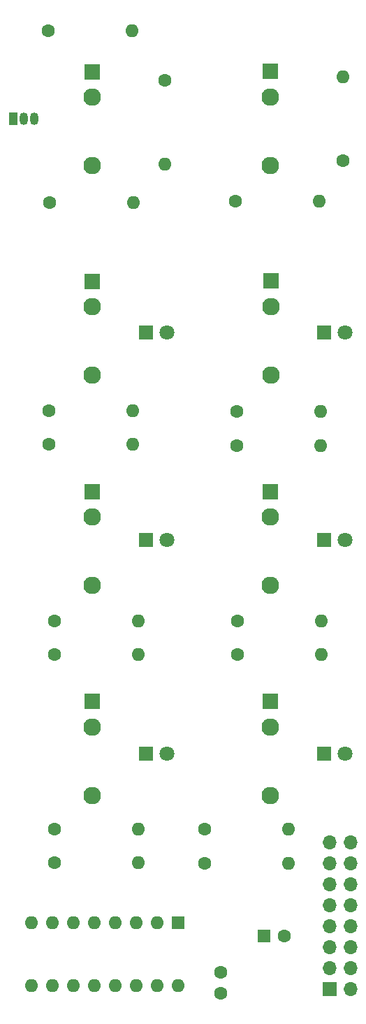
<source format=gbr>
%TF.GenerationSoftware,KiCad,Pcbnew,7.0.7*%
%TF.CreationDate,2025-01-17T09:26:31-05:00*%
%TF.ProjectId,ClockDiv_v2,436c6f63-6b44-4697-965f-76322e6b6963,rev?*%
%TF.SameCoordinates,Original*%
%TF.FileFunction,Soldermask,Top*%
%TF.FilePolarity,Negative*%
%FSLAX46Y46*%
G04 Gerber Fmt 4.6, Leading zero omitted, Abs format (unit mm)*
G04 Created by KiCad (PCBNEW 7.0.7) date 2025-01-17 09:26:31*
%MOMM*%
%LPD*%
G01*
G04 APERTURE LIST*
%ADD10R,1.800000X1.800000*%
%ADD11C,1.800000*%
%ADD12C,1.600000*%
%ADD13O,1.600000X1.600000*%
%ADD14R,1.930000X1.830000*%
%ADD15C,2.130000*%
%ADD16R,1.600000X1.600000*%
%ADD17R,1.050000X1.500000*%
%ADD18O,1.050000X1.500000*%
%ADD19R,1.700000X1.700000*%
%ADD20O,1.700000X1.700000*%
G04 APERTURE END LIST*
D10*
%TO.C,D3*%
X135835000Y-94825000D03*
D11*
X138375000Y-94825000D03*
%TD*%
D10*
%TO.C,D4*%
X157460000Y-94875000D03*
D11*
X160000000Y-94875000D03*
%TD*%
D12*
%TO.C,R9*%
X146850000Y-79250000D03*
D13*
X157010000Y-79250000D03*
%TD*%
D10*
%TO.C,D6*%
X157450000Y-120700000D03*
D11*
X159990000Y-120700000D03*
%TD*%
D12*
%TO.C,R7*%
X124140000Y-83225000D03*
D13*
X134300000Y-83225000D03*
%TD*%
D14*
%TO.C,J7*%
X150925000Y-88950000D03*
D15*
X150925000Y-100350000D03*
X150925000Y-92050000D03*
%TD*%
D14*
%TO.C,J9*%
X150925000Y-114425000D03*
D15*
X150925000Y-125825000D03*
X150925000Y-117525000D03*
%TD*%
D12*
%TO.C,R6*%
X124140000Y-79175000D03*
D13*
X134300000Y-79175000D03*
%TD*%
D10*
%TO.C,D2*%
X157450000Y-69700000D03*
D11*
X159990000Y-69700000D03*
%TD*%
D12*
%TO.C,R5*%
X159750000Y-48900000D03*
D13*
X159750000Y-38740000D03*
%TD*%
D12*
%TO.C,R11*%
X124815000Y-104675000D03*
D13*
X134975000Y-104675000D03*
%TD*%
D14*
%TO.C,J6*%
X129325000Y-88975000D03*
D15*
X129325000Y-100375000D03*
X129325000Y-92075000D03*
%TD*%
D16*
%TO.C,U1*%
X139775000Y-141225000D03*
D13*
X137235000Y-141225000D03*
X134695000Y-141225000D03*
X132155000Y-141225000D03*
X129615000Y-141225000D03*
X127075000Y-141225000D03*
X124535000Y-141225000D03*
X121995000Y-141225000D03*
X121995000Y-148845000D03*
X124535000Y-148845000D03*
X127075000Y-148845000D03*
X129615000Y-148845000D03*
X132155000Y-148845000D03*
X134695000Y-148845000D03*
X137235000Y-148845000D03*
X139775000Y-148845000D03*
%TD*%
D17*
%TO.C,Q1*%
X119760000Y-43800000D03*
D18*
X121030000Y-43800000D03*
X122300000Y-43800000D03*
%TD*%
D12*
%TO.C,R3*%
X138175000Y-39140000D03*
D13*
X138175000Y-49300000D03*
%TD*%
D16*
%TO.C,C2*%
X150160000Y-142825000D03*
D12*
X152660000Y-142825000D03*
%TD*%
D14*
%TO.C,J8*%
X129325000Y-114400000D03*
D15*
X129325000Y-125800000D03*
X129325000Y-117500000D03*
%TD*%
D14*
%TO.C,J3*%
X150925000Y-38050000D03*
D15*
X150925000Y-49450000D03*
X150925000Y-41150000D03*
%TD*%
D12*
%TO.C,R13*%
X146975000Y-104675000D03*
D13*
X157135000Y-104675000D03*
%TD*%
D12*
%TO.C,R15*%
X124750000Y-129900000D03*
D13*
X134910000Y-129900000D03*
%TD*%
D12*
%TO.C,R12*%
X147000000Y-108750000D03*
D13*
X157160000Y-108750000D03*
%TD*%
D10*
%TO.C,D5*%
X135835000Y-120725000D03*
D11*
X138375000Y-120725000D03*
%TD*%
D14*
%TO.C,J5*%
X151000000Y-63450000D03*
D15*
X151000000Y-74850000D03*
X151000000Y-66550000D03*
%TD*%
D14*
%TO.C,J2*%
X129368095Y-38066967D03*
D15*
X129368095Y-49466967D03*
X129368095Y-41166967D03*
%TD*%
D12*
%TO.C,R4*%
X146750000Y-53800000D03*
D13*
X156910000Y-53800000D03*
%TD*%
D14*
%TO.C,J4*%
X129375000Y-63475000D03*
D15*
X129375000Y-74875000D03*
X129375000Y-66575000D03*
%TD*%
D12*
%TO.C,R2*%
X124190000Y-53950000D03*
D13*
X134350000Y-53950000D03*
%TD*%
D12*
%TO.C,R10*%
X124815000Y-108750000D03*
D13*
X134975000Y-108750000D03*
%TD*%
D12*
%TO.C,R8*%
X146875000Y-83400000D03*
D13*
X157035000Y-83400000D03*
%TD*%
D12*
%TO.C,R14*%
X124775000Y-133950000D03*
D13*
X134935000Y-133950000D03*
%TD*%
D12*
%TO.C,R1*%
X124015000Y-33100000D03*
D13*
X134175000Y-33100000D03*
%TD*%
D12*
%TO.C,C1*%
X144960000Y-149750000D03*
X144960000Y-147250000D03*
%TD*%
%TO.C,R17*%
X142975000Y-129900000D03*
D13*
X153135000Y-129900000D03*
%TD*%
D12*
%TO.C,R16*%
X142975000Y-134000000D03*
D13*
X153135000Y-134000000D03*
%TD*%
D10*
%TO.C,D1*%
X135835000Y-69675000D03*
D11*
X138375000Y-69675000D03*
%TD*%
D19*
%TO.C,J10*%
X158135000Y-149255000D03*
D20*
X160675000Y-149255000D03*
X158135000Y-146715000D03*
X160675000Y-146715000D03*
X158135000Y-144175000D03*
X160675000Y-144175000D03*
X158135000Y-141635000D03*
X160675000Y-141635000D03*
X158135000Y-139095000D03*
X160675000Y-139095000D03*
X158135000Y-136555000D03*
X160675000Y-136555000D03*
X158135000Y-134015000D03*
X160675000Y-134015000D03*
X158135000Y-131475000D03*
X160675000Y-131475000D03*
%TD*%
M02*

</source>
